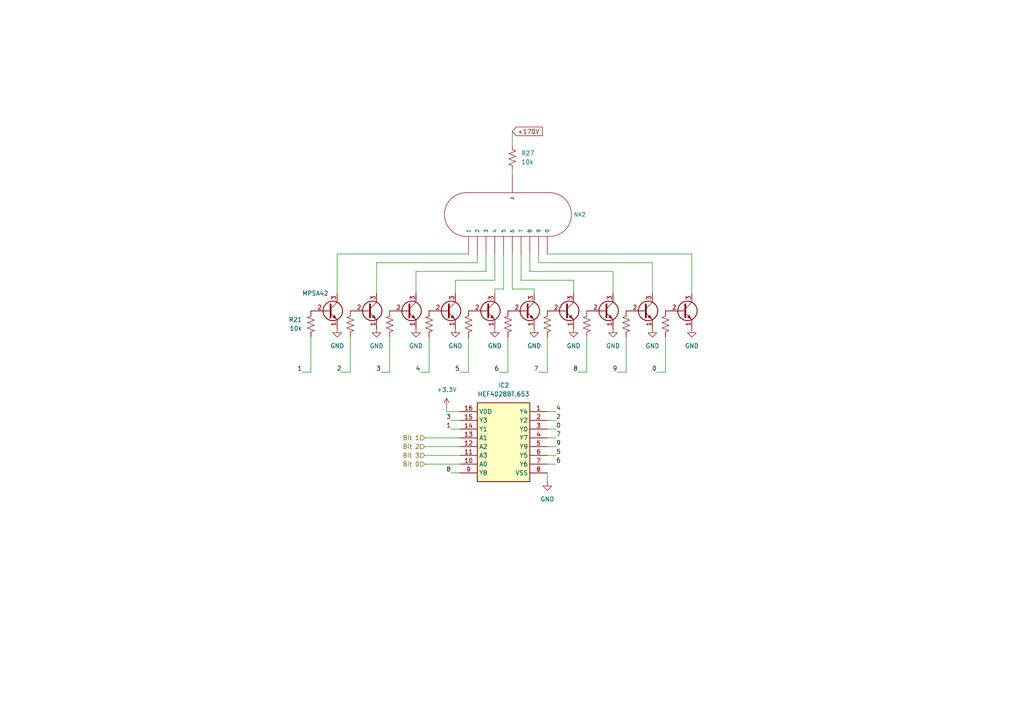
<source format=kicad_sch>
(kicad_sch (version 20231120) (generator "eeschema") (generator_version "8.0")
  (paper "A4")
  (lib_symbols
    (symbol "Device:R_US" (pin_numbers hide) (pin_names (offset 0))
      (property "Reference" "R" (at 2.54 0 90))
      (property "Value" "R_US" (at -2.54 0 90))
      (symbol "R_US_0_1"
        (polyline (pts (xy 0 -2.286) (xy 0 -2.54)))
        (polyline (pts (xy 0 2.286) (xy 0 2.54)))
        (polyline (pts (xy 0 -0.762) (xy 1.016 -1.143) (xy 0 -1.524) (xy -1.016 -1.905) (xy 0 -2.286)))
        (polyline (pts (xy 0 0.762) (xy 1.016 0.381) (xy 0 0) (xy -1.016 -0.381) (xy 0 -0.762)))
        (polyline (pts (xy 0 2.286) (xy 1.016 1.905) (xy 0 1.524) (xy -1.016 1.143) (xy 0 0.762)))
      )
      (symbol "R_US_1_1"
        (pin passive line (at 0 3.81 270) (length 1.27) (name "~") (number "1"))
        (pin passive line (at 0 -3.81 90) (length 1.27) (name "~") (number "2"))
      )
    )
    (symbol "TaylorElectronics:HEF4028BT,653"
      (property "Reference" "IC" (at 21.59 7.62 0))
      (property "Value" "HEF4028BT,653" (at 21.59 5.08 0))
      (symbol "HEF4028BT,653_1_1"
        (rectangle (start 5.08 2.54) (end 20.32 -20.32) (stroke (width 0.254)) (fill (type background)))
        (pin passive line (at 0 0 0) (length 5.08) (name "Y4") (number "1"))
        (pin passive line (at 25.4 -15.24 180) (length 5.08) (name "A0") (number "10"))
        (pin passive line (at 25.4 -12.7 180) (length 5.08) (name "A3") (number "11"))
        (pin passive line (at 25.4 -10.16 180) (length 5.08) (name "A2") (number "12"))
        (pin passive line (at 25.4 -7.62 180) (length 5.08) (name "A1") (number "13"))
        (pin passive line (at 25.4 -5.08 180) (length 5.08) (name "Y1") (number "14"))
        (pin passive line (at 25.4 -2.54 180) (length 5.08) (name "Y3") (number "15"))
        (pin passive line (at 25.4 0 180) (length 5.08) (name "VDD") (number "16"))
        (pin passive line (at 0 -2.54 0) (length 5.08) (name "Y2") (number "2"))
        (pin passive line (at 0 -5.08 0) (length 5.08) (name "Y0") (number "3"))
        (pin passive line (at 0 -7.62 0) (length 5.08) (name "Y7") (number "4"))
        (pin passive line (at 0 -10.16 0) (length 5.08) (name "Y9") (number "5"))
        (pin passive line (at 0 -12.7 0) (length 5.08) (name "Y5") (number "6"))
        (pin passive line (at 0 -15.24 0) (length 5.08) (name "Y6") (number "7"))
        (pin passive line (at 0 -17.78 0) (length 5.08) (name "VSS") (number "8"))
        (pin passive line (at 25.4 -17.78 180) (length 5.08) (name "Y8") (number "9"))
      )
    )
    (symbol "Transistor_BJT:MPSA42" (pin_names (offset 1.016) hide)
      (property "Reference" "Q" (at 5.08 1.905 0))
      (property "Value" "MPSA42" (at 5.08 0 0))
      (symbol "MPSA42_0_1"
        (polyline (pts (xy 0 0) (xy 0.635 0)))
        (polyline (pts (xy 0.635 0.635) (xy 2.54 2.54)))
        (polyline (pts (xy 0.635 -0.635) (xy 2.54 -2.54) (xy 2.54 -2.54)))
        (polyline (pts (xy 0.635 1.905) (xy 0.635 -1.905) (xy 0.635 -1.905)) (stroke (width 0.508)))
        (polyline (pts (xy 1.27 -1.778) (xy 1.778 -1.27) (xy 2.286 -2.286) (xy 1.27 -1.778) (xy 1.27 -1.778)) (fill (type outline)))
        (circle (center 1.27 0) (radius 2.8194) (stroke (width 0.254)))
      )
      (symbol "MPSA42_1_1"
        (pin passive line (at 2.54 -5.08 90) (length 2.54) (name "E") (number "1"))
        (pin input line (at -5.08 0 0) (length 5.08) (name "B") (number "2"))
        (pin passive line (at 2.54 5.08 270) (length 2.54) (name "C") (number "3"))
      )
    )
    (symbol "nixies-us:IN-12A" (pin_numbers hide) (pin_names (offset 1.016))
      (property "Reference" "NX" (at -5.715 20.955 0))
      (symbol "IN-12A_1_0"
        (polyline (pts (xy -7.62 -10.795) (xy -7.62 13.335)))
        (polyline (pts (xy 5.08 -10.795) (xy 5.08 13.335)))
      )
      (symbol "IN-12A_1_1"
        (arc (start -7.62 -10.795) (mid -1.27 -17.145) (end 5.08 -10.795))
        (arc (start 5.08 13.335) (mid -1.27 19.685) (end -7.62 13.335))
        (pin bidirectional line (at -12.7 -10.16 0) (length 5.08) (name "0") (number "0"))
        (pin bidirectional line (at -12.7 12.7 0) (length 5.08) (name "1") (number "1"))
        (pin bidirectional line (at -12.7 10.16 0) (length 5.08) (name "2") (number "2"))
        (pin bidirectional line (at -12.7 7.62 0) (length 5.08) (name "3") (number "3"))
        (pin bidirectional line (at -12.7 5.08 0) (length 5.08) (name "4") (number "4"))
        (pin bidirectional line (at -12.7 2.54 0) (length 5.08) (name "5") (number "5"))
        (pin bidirectional line (at -12.7 0 0) (length 5.08) (name "6") (number "6"))
        (pin bidirectional line (at -12.7 -2.54 0) (length 5.08) (name "7") (number "7"))
        (pin bidirectional line (at -12.7 -5.08 0) (length 5.08) (name "8") (number "8"))
        (pin bidirectional line (at -12.7 -7.62 0) (length 5.08) (name "9") (number "9"))
        (pin bidirectional line (at 10.16 0 180) (length 5.08) (name "A") (number "A"))
      )
    )
    (symbol "power:+3.3V" (power) (pin_numbers hide) (pin_names (offset 0) hide)
      (property "Value" "+3.3V" (at 0 3.556 0))
      (symbol "+3.3V_0_1"
        (polyline (pts (xy -0.762 1.27) (xy 0 2.54)))
        (polyline (pts (xy 0 0) (xy 0 2.54)))
        (polyline (pts (xy 0 2.54) (xy 0.762 1.27)))
      )
      (symbol "+3.3V_1_1"
        (pin power_in line (at 0 0 90) (length 0) (name "~") (number "1"))
      )
    )
    (symbol "power:GND" (power) (pin_numbers hide) (pin_names (offset 0) hide)
      (property "Value" "GND" (at 0 -3.81 0))
      (symbol "GND_0_1"
        (polyline (pts (xy 0 0) (xy 0 -1.27) (xy 1.27 -1.27) (xy 0 -2.54) (xy -1.27 -1.27) (xy 0 -1.27)))
      )
      (symbol "GND_1_1"
        (pin power_in line (at 0 0 270) (length 0) (name "~") (number "1"))
      )
    )
  )
  (wire (pts (xy 143.51 85.09) (xy 143.51 83.82)))
  (wire (pts (xy 200.66 73.66) (xy 200.66 85.09)))
  (wire (pts (xy 158.75 124.46) (xy 161.29 124.46)))
  (wire (pts (xy 138.43 76.2) (xy 138.43 73.66)))
  (wire (pts (xy 158.75 119.38) (xy 161.29 119.38)))
  (wire (pts (xy 129.54 119.38) (xy 133.35 119.38)))
  (wire (pts (xy 140.97 78.74) (xy 140.97 73.66)))
  (wire (pts (xy 148.59 73.66) (xy 148.59 83.82)))
  (wire (pts (xy 132.08 85.09) (xy 132.08 81.28)))
  (wire (pts (xy 154.94 83.82) (xy 154.94 85.09)))
  (wire (pts (xy 130.81 124.46) (xy 133.35 124.46)))
  (wire (pts (xy 120.65 78.74) (xy 140.97 78.74)))
  (wire (pts (xy 129.54 118.11) (xy 129.54 119.38)))
  (wire (pts (xy 153.67 73.66) (xy 153.67 78.74)))
  (wire (pts (xy 147.32 97.79) (xy 147.32 107.95)))
  (wire (pts (xy 156.21 73.66) (xy 156.21 76.2)))
  (wire (pts (xy 177.8 78.74) (xy 177.8 85.09)))
  (wire (pts (xy 123.19 127) (xy 133.35 127)))
  (wire (pts (xy 153.67 78.74) (xy 177.8 78.74)))
  (wire (pts (xy 135.89 107.95) (xy 133.35 107.95)))
  (wire (pts (xy 158.75 127) (xy 161.29 127)))
  (wire (pts (xy 130.81 137.16) (xy 133.35 137.16)))
  (wire (pts (xy 158.75 121.92) (xy 161.29 121.92)))
  (wire (pts (xy 166.37 81.28) (xy 166.37 85.09)))
  (wire (pts (xy 158.75 132.08) (xy 161.29 132.08)))
  (wire (pts (xy 120.65 85.09) (xy 120.65 78.74)))
  (wire (pts (xy 170.18 97.79) (xy 170.18 107.95)))
  (wire (pts (xy 158.75 129.54) (xy 161.29 129.54)))
  (wire (pts (xy 158.75 73.66) (xy 200.66 73.66)))
  (wire (pts (xy 151.13 73.66) (xy 151.13 81.28)))
  (wire (pts (xy 193.04 97.79) (xy 193.04 107.95)))
  (wire (pts (xy 90.17 97.79) (xy 90.17 107.95)))
  (wire (pts (xy 148.59 83.82) (xy 154.94 83.82)))
  (wire (pts (xy 158.75 137.16) (xy 158.75 139.7)))
  (wire (pts (xy 158.75 97.79) (xy 158.75 107.95)))
  (wire (pts (xy 148.59 49.53) (xy 148.59 50.8)))
  (wire (pts (xy 101.6 97.79) (xy 101.6 107.95)))
  (wire (pts (xy 123.19 134.62) (xy 133.35 134.62)))
  (wire (pts (xy 90.17 107.95) (xy 87.63 107.95)))
  (wire (pts (xy 148.59 38.1) (xy 148.59 41.91)))
  (wire (pts (xy 151.13 81.28) (xy 166.37 81.28)))
  (wire (pts (xy 193.04 107.95) (xy 190.5 107.95)))
  (wire (pts (xy 123.19 132.08) (xy 133.35 132.08)))
  (wire (pts (xy 101.6 107.95) (xy 99.06 107.95)))
  (wire (pts (xy 97.79 73.66) (xy 97.79 85.09)))
  (wire (pts (xy 132.08 81.28) (xy 143.51 81.28)))
  (wire (pts (xy 135.89 97.79) (xy 135.89 107.95)))
  (wire (pts (xy 156.21 76.2) (xy 189.23 76.2)))
  (wire (pts (xy 170.18 107.95) (xy 167.64 107.95)))
  (wire (pts (xy 181.61 97.79) (xy 181.61 107.95)))
  (wire (pts (xy 158.75 107.95) (xy 156.21 107.95)))
  (wire (pts (xy 189.23 76.2) (xy 189.23 85.09)))
  (wire (pts (xy 124.46 107.95) (xy 121.92 107.95)))
  (wire (pts (xy 147.32 107.95) (xy 144.78 107.95)))
  (wire (pts (xy 158.75 134.62) (xy 161.29 134.62)))
  (wire (pts (xy 109.22 76.2) (xy 138.43 76.2)))
  (wire (pts (xy 181.61 107.95) (xy 179.07 107.95)))
  (wire (pts (xy 124.46 97.79) (xy 124.46 107.95)))
  (wire (pts (xy 113.03 97.79) (xy 113.03 107.95)))
  (wire (pts (xy 123.19 129.54) (xy 133.35 129.54)))
  (wire (pts (xy 146.05 83.82) (xy 146.05 73.66)))
  (wire (pts (xy 143.51 83.82) (xy 146.05 83.82)))
  (wire (pts (xy 130.81 121.92) (xy 133.35 121.92)))
  (wire (pts (xy 109.22 85.09) (xy 109.22 76.2)))
  (wire (pts (xy 143.51 81.28) (xy 143.51 73.66)))
  (wire (pts (xy 113.03 107.95) (xy 110.49 107.95)))
  (wire (pts (xy 135.89 73.66) (xy 97.79 73.66)))
  (label "6" (at 161.29 134.62 0))
  (label "4" (at 121.92 107.95 180))
  (label "0" (at 190.5 107.95 180))
  (label "2" (at 99.06 107.95 180))
  (label "7" (at 156.21 107.95 180))
  (label "8" (at 167.64 107.95 180))
  (label "7" (at 161.29 127 0))
  (label "1" (at 130.81 124.46 180))
  (label "0" (at 161.29 124.46 0))
  (label "1" (at 87.63 107.95 180))
  (label "3" (at 110.49 107.95 180))
  (label "5" (at 133.35 107.95 180))
  (label "8" (at 130.81 137.16 180))
  (label "3" (at 130.81 121.92 180))
  (label "5" (at 161.29 132.08 0))
  (label "9" (at 161.29 129.54 0))
  (label "2" (at 161.29 121.92 0))
  (label "4" (at 161.29 119.38 0))
  (label "9" (at 179.07 107.95 180))
  (label "6" (at 144.78 107.95 180))
  (global_label "+170V" (shape input) (at 148.59 38.1 0) (property "Intersheetrefs" "${INTERSHEET_REFS}" (effects (hide yes))))
  (hierarchical_label "Bit 0" (shape input) (at 123.19 134.62 180))
  (hierarchical_label "Bit 2" (shape input) (at 123.19 129.54 180))
  (hierarchical_label "Bit 3" (shape input) (at 123.19 132.08 180))
  (hierarchical_label "Bit 1" (shape input) (at 123.19 127 180))
  (symbol (lib_id "Device:R_US") (at 158.75 93.98 0) (mirror y) (unit 1)
    (property "Reference" "R28" (effects (hide yes)))
    (property "Value" "10k" (effects (hide yes)))
    (property "Footprint" "Resistor_THT:R_Axial_DIN0204_L3.6mm_D1.6mm_P5.08mm_Horizontal" (effects (hide yes)))
    (property "Description" "Resistor, US symbol" (effects (hide yes)))
    (instances (project "IN12NixieClock" (path "" (reference "R28") (unit 1)) (path "" (reference "R50") (unit 1)) (path "" (reference "R72") (unit 1)) (path "" (reference "R39") (unit 1)) (path "" (reference "R61") (unit 1)) (path "" (reference "R17") (unit 1))))
  )
  (symbol (lib_id "Transistor_BJT:MPSA42") (at 118.11 90.17 0) (unit 1)
    (property "Reference" "Q17" (effects (hide yes)))
    (property "Value" "MPSA42" (effects (hide yes)))
    (property "Footprint" "Package_TO_SOT_THT:TO-92_Inline" (effects (hide yes)))
    (property "Datasheet" "http://www.onsemi.com/pub_link/Collateral/MPSA42-D.PDF" (effects (hide yes)))
    (property "Description" "0.5A Ic, 300V Vce, NPN High Voltage Transistor, TO-92" (effects (hide yes)))
    (instances (project "IN12NixieClock" (path "" (reference "Q17") (unit 1)) (path "" (reference "Q37") (unit 1)) (path "" (reference "Q57") (unit 1)) (path "" (reference "Q27") (unit 1)) (path "" (reference "Q47") (unit 1)) (path "" (reference "Q7") (unit 1))))
  )
  (symbol (lib_id "Transistor_BJT:MPSA42") (at 152.4 90.17 0) (unit 1)
    (property "Reference" "Q20" (effects (hide yes)))
    (property "Value" "MPSA42" (effects (hide yes)))
    (property "Footprint" "Package_TO_SOT_THT:TO-92_Inline" (effects (hide yes)))
    (property "Datasheet" "http://www.onsemi.com/pub_link/Collateral/MPSA42-D.PDF" (effects (hide yes)))
    (property "Description" "0.5A Ic, 300V Vce, NPN High Voltage Transistor, TO-92" (effects (hide yes)))
    (instances (project "IN12NixieClock" (path "" (reference "Q20") (unit 1)) (path "" (reference "Q40") (unit 1)) (path "" (reference "Q60") (unit 1)) (path "" (reference "Q30") (unit 1)) (path "" (reference "Q50") (unit 1)) (path "" (reference "Q10") (unit 1))))
  )
  (symbol (lib_id "Device:R_US") (at 193.04 93.98 0) (mirror y) (unit 1)
    (property "Reference" "R31" (effects (hide yes)))
    (property "Value" "10k" (effects (hide yes)))
    (property "Footprint" "Resistor_THT:R_Axial_DIN0204_L3.6mm_D1.6mm_P5.08mm_Horizontal" (effects (hide yes)))
    (property "Description" "Resistor, US symbol" (effects (hide yes)))
    (instances (project "IN12NixieClock" (path "" (reference "R31") (unit 1)) (path "" (reference "R53") (unit 1)) (path "" (reference "R75") (unit 1)) (path "" (reference "R42") (unit 1)) (path "" (reference "R64") (unit 1)) (path "" (reference "R20") (unit 1))))
  )
  (symbol (lib_id "power:GND") (at 189.23 95.25 0) (unit 1)
    (property "Reference" "#PWR051" (effects (hide yes)))
    (property "Value" "GND" (at 189.23 100.33 0))
    (property "Description" "Power symbol creates a global label with name \"GND\" , ground" (effects (hide yes)))
    (instances (project "IN12NixieClock" (path "" (reference "#PWR051") (unit 1)) (path "" (reference "#PWR075") (unit 1)) (path "" (reference "#PWR099") (unit 1)) (path "" (reference "#PWR063") (unit 1)) (path "" (reference "#PWR087") (unit 1)) (path "" (reference "#PWR039") (unit 1))))
  )
  (symbol (lib_id "power:GND") (at 166.37 95.25 0) (unit 1)
    (property "Reference" "#PWR049" (effects (hide yes)))
    (property "Value" "GND" (at 166.37 100.33 0))
    (property "Description" "Power symbol creates a global label with name \"GND\" , ground" (effects (hide yes)))
    (instances (project "IN12NixieClock" (path "" (reference "#PWR049") (unit 1)) (path "" (reference "#PWR073") (unit 1)) (path "" (reference "#PWR097") (unit 1)) (path "" (reference "#PWR061") (unit 1)) (path "" (reference "#PWR085") (unit 1)) (path "" (reference "#PWR037") (unit 1))))
  )
  (symbol (lib_id "Transistor_BJT:MPSA42") (at 129.54 90.17 0) (unit 1)
    (property "Reference" "Q18" (effects (hide yes)))
    (property "Value" "MPSA42" (effects (hide yes)))
    (property "Footprint" "Package_TO_SOT_THT:TO-92_Inline" (effects (hide yes)))
    (property "Datasheet" "http://www.onsemi.com/pub_link/Collateral/MPSA42-D.PDF" (effects (hide yes)))
    (property "Description" "0.5A Ic, 300V Vce, NPN High Voltage Transistor, TO-92" (effects (hide yes)))
    (instances (project "IN12NixieClock" (path "" (reference "Q18") (unit 1)) (path "" (reference "Q38") (unit 1)) (path "" (reference "Q58") (unit 1)) (path "" (reference "Q28") (unit 1)) (path "" (reference "Q48") (unit 1)) (path "" (reference "Q8") (unit 1))))
  )
  (symbol (lib_id "Transistor_BJT:MPSA42") (at 198.12 90.17 0) (unit 1)
    (property "Reference" "Q24" (effects (hide yes)))
    (property "Value" "MPSA42" (effects (hide yes)))
    (property "Footprint" "Package_TO_SOT_THT:TO-92_Inline" (effects (hide yes)))
    (property "Datasheet" "http://www.onsemi.com/pub_link/Collateral/MPSA42-D.PDF" (effects (hide yes)))
    (property "Description" "0.5A Ic, 300V Vce, NPN High Voltage Transistor, TO-92" (effects (hide yes)))
    (instances (project "IN12NixieClock" (path "" (reference "Q24") (unit 1)) (path "" (reference "Q44") (unit 1)) (path "" (reference "Q64") (unit 1)) (path "" (reference "Q34") (unit 1)) (path "" (reference "Q54") (unit 1)) (path "" (reference "Q14") (unit 1))))
  )
  (symbol (lib_id "power:+3.3V") (at 129.54 118.11 0) (unit 1)
    (property "Reference" "#PWR044" (effects (hide yes)))
    (property "Value" "+3.3V" (at 129.54 113.03 0))
    (property "Description" "Power symbol creates a global label with name \"+3.3V\"" (effects (hide yes)))
    (instances (project "IN12NixieClock" (path "" (reference "#PWR044") (unit 1)) (path "" (reference "#PWR068") (unit 1)) (path "" (reference "#PWR092") (unit 1)) (path "" (reference "#PWR056") (unit 1)) (path "" (reference "#PWR080") (unit 1)) (path "" (reference "#PWR032") (unit 1))))
  )
  (symbol (lib_id "TaylorElectronics:HEF4028BT,653") (at 158.75 119.38 0) (mirror y) (unit 1)
    (property "Reference" "IC2" (at 146.05 111.76 0))
    (property "Value" "HEF4028BT,653" (at 146.05 114.3 0))
    (property "Footprint" "TaylorElectronics:HEF4028BT653" (effects (hide yes)))
    (property "Datasheet" "https://assets.nexperia.com/documents/data-sheet/HEF4028B.pdf" (effects (hide yes)))
    (property "Description" "NEXPERIA - HEF4028BT,653 - DECODER, BCD-DECIMAL, SOIC-16" (effects (hide yes)))
    (property "Height" "1.75" (effects (hide yes)))
    (property "Mouser Part Number" "771-HEF4028BTD-T" (effects (hide yes)))
    (property "Mouser Price/Stock" "https://www.mouser.co.uk/ProductDetail/Nexperia/HEF4028BT653?qs=me8TqzrmIYUgBcfG25ESMw%3D%3D" (effects (hide yes)))
    (property "Manufacturer_Name" "Nexperia" (effects (hide yes)))
    (property "Manufacturer_Part_Number" "HEF4028BT,653" (effects (hide yes)))
    (instances (project "IN12NixieClock" (path "" (reference "IC2") (unit 1)) (path "" (reference "IC4") (unit 1)) (path "" (reference "IC6") (unit 1)) (path "" (reference "IC3") (unit 1)) (path "" (reference "IC5") (unit 1)) (path "" (reference "IC1") (unit 1))))
  )
  (symbol (lib_id "power:GND") (at 97.79 95.25 0) (unit 1)
    (property "Reference" "#PWR041" (effects (hide yes)))
    (property "Value" "GND" (at 97.79 100.33 0))
    (property "Description" "Power symbol creates a global label with name \"GND\" , ground" (effects (hide yes)))
    (instances (project "IN12NixieClock" (path "" (reference "#PWR041") (unit 1)) (path "" (reference "#PWR065") (unit 1)) (path "" (reference "#PWR089") (unit 1)) (path "" (reference "#PWR053") (unit 1)) (path "" (reference "#PWR077") (unit 1)) (path "" (reference "#PWR029") (unit 1))))
  )
  (symbol (lib_id "Transistor_BJT:MPSA42") (at 175.26 90.17 0) (unit 1)
    (property "Reference" "Q22" (effects (hide yes)))
    (property "Value" "MPSA42" (effects (hide yes)))
    (property "Footprint" "Package_TO_SOT_THT:TO-92_Inline" (effects (hide yes)))
    (property "Datasheet" "http://www.onsemi.com/pub_link/Collateral/MPSA42-D.PDF" (effects (hide yes)))
    (property "Description" "0.5A Ic, 300V Vce, NPN High Voltage Transistor, TO-92" (effects (hide yes)))
    (instances (project "IN12NixieClock" (path "" (reference "Q22") (unit 1)) (path "" (reference "Q42") (unit 1)) (path "" (reference "Q62") (unit 1)) (path "" (reference "Q32") (unit 1)) (path "" (reference "Q52") (unit 1)) (path "" (reference "Q12") (unit 1))))
  )
  (symbol (lib_id "power:GND") (at 154.94 95.25 0) (unit 1)
    (property "Reference" "#PWR047" (effects (hide yes)))
    (property "Value" "GND" (at 154.94 100.33 0))
    (property "Description" "Power symbol creates a global label with name \"GND\" , ground" (effects (hide yes)))
    (instances (project "IN12NixieClock" (path "" (reference "#PWR047") (unit 1)) (path "" (reference "#PWR071") (unit 1)) (path "" (reference "#PWR095") (unit 1)) (path "" (reference "#PWR059") (unit 1)) (path "" (reference "#PWR083") (unit 1)) (path "" (reference "#PWR035") (unit 1))))
  )
  (symbol (lib_id "power:GND") (at 109.22 95.25 0) (unit 1)
    (property "Reference" "#PWR042" (effects (hide yes)))
    (property "Value" "GND" (at 109.22 100.33 0))
    (property "Description" "Power symbol creates a global label with name \"GND\" , ground" (effects (hide yes)))
    (instances (project "IN12NixieClock" (path "" (reference "#PWR042") (unit 1)) (path "" (reference "#PWR066") (unit 1)) (path "" (reference "#PWR090") (unit 1)) (path "" (reference "#PWR054") (unit 1)) (path "" (reference "#PWR078") (unit 1)) (path "" (reference "#PWR030") (unit 1))))
  )
  (symbol (lib_id "power:GND") (at 200.66 95.25 0) (unit 1)
    (property "Reference" "#PWR052" (effects (hide yes)))
    (property "Value" "GND" (at 200.66 100.33 0))
    (property "Description" "Power symbol creates a global label with name \"GND\" , ground" (effects (hide yes)))
    (instances (project "IN12NixieClock" (path "" (reference "#PWR052") (unit 1)) (path "" (reference "#PWR076") (unit 1)) (path "" (reference "#PWR0100") (unit 1)) (path "" (reference "#PWR064") (unit 1)) (path "" (reference "#PWR088") (unit 1)) (path "" (reference "#PWR040") (unit 1))))
  )
  (symbol (lib_id "power:GND") (at 132.08 95.25 0) (unit 1)
    (property "Reference" "#PWR045" (effects (hide yes)))
    (property "Value" "GND" (at 132.08 100.33 0))
    (property "Description" "Power symbol creates a global label with name \"GND\" , ground" (effects (hide yes)))
    (instances (project "IN12NixieClock" (path "" (reference "#PWR045") (unit 1)) (path "" (reference "#PWR069") (unit 1)) (path "" (reference "#PWR093") (unit 1)) (path "" (reference "#PWR057") (unit 1)) (path "" (reference "#PWR081") (unit 1)) (path "" (reference "#PWR033") (unit 1))))
  )
  (symbol (lib_id "Transistor_BJT:MPSA42") (at 140.97 90.17 0) (unit 1)
    (property "Reference" "Q19" (effects (hide yes)))
    (property "Value" "MPSA42" (effects (hide yes)))
    (property "Footprint" "Package_TO_SOT_THT:TO-92_Inline" (effects (hide yes)))
    (property "Datasheet" "http://www.onsemi.com/pub_link/Collateral/MPSA42-D.PDF" (effects (hide yes)))
    (property "Description" "0.5A Ic, 300V Vce, NPN High Voltage Transistor, TO-92" (effects (hide yes)))
    (instances (project "IN12NixieClock" (path "" (reference "Q19") (unit 1)) (path "" (reference "Q39") (unit 1)) (path "" (reference "Q59") (unit 1)) (path "" (reference "Q29") (unit 1)) (path "" (reference "Q49") (unit 1)) (path "" (reference "Q9") (unit 1))))
  )
  (symbol (lib_id "power:GND") (at 177.8 95.25 0) (unit 1)
    (property "Reference" "#PWR050" (effects (hide yes)))
    (property "Value" "GND" (at 177.8 100.33 0))
    (property "Description" "Power symbol creates a global label with name \"GND\" , ground" (effects (hide yes)))
    (instances (project "IN12NixieClock" (path "" (reference "#PWR050") (unit 1)) (path "" (reference "#PWR074") (unit 1)) (path "" (reference "#PWR098") (unit 1)) (path "" (reference "#PWR062") (unit 1)) (path "" (reference "#PWR086") (unit 1)) (path "" (reference "#PWR038") (unit 1))))
  )
  (symbol (lib_id "Device:R_US") (at 113.03 93.98 0) (mirror y) (unit 1)
    (property "Reference" "R23" (effects (hide yes)))
    (property "Value" "10k" (effects (hide yes)))
    (property "Footprint" "Resistor_THT:R_Axial_DIN0204_L3.6mm_D1.6mm_P5.08mm_Horizontal" (effects (hide yes)))
    (property "Description" "Resistor, US symbol" (effects (hide yes)))
    (instances (project "IN12NixieClock" (path "" (reference "R23") (unit 1)) (path "" (reference "R45") (unit 1)) (path "" (reference "R67") (unit 1)) (path "" (reference "R34") (unit 1)) (path "" (reference "R56") (unit 1)) (path "" (reference "R12") (unit 1))))
  )
  (symbol (lib_id "Transistor_BJT:MPSA42") (at 106.68 90.17 0) (unit 1)
    (property "Reference" "Q16" (effects (hide yes)))
    (property "Value" "MPSA42" (effects (hide yes)))
    (property "Footprint" "Package_TO_SOT_THT:TO-92_Inline" (effects (hide yes)))
    (property "Datasheet" "http://www.onsemi.com/pub_link/Collateral/MPSA42-D.PDF" (effects (hide yes)))
    (property "Description" "0.5A Ic, 300V Vce, NPN High Voltage Transistor, TO-92" (effects (hide yes)))
    (instances (project "IN12NixieClock" (path "" (reference "Q16") (unit 1)) (path "" (reference "Q36") (unit 1)) (path "" (reference "Q56") (unit 1)) (path "" (reference "Q26") (unit 1)) (path "" (reference "Q46") (unit 1)) (path "" (reference "Q6") (unit 1))))
  )
  (symbol (lib_id "Device:R_US") (at 135.89 93.98 0) (mirror y) (unit 1)
    (property "Reference" "R25" (effects (hide yes)))
    (property "Value" "10k" (effects (hide yes)))
    (property "Footprint" "Resistor_THT:R_Axial_DIN0204_L3.6mm_D1.6mm_P5.08mm_Horizontal" (effects (hide yes)))
    (property "Description" "Resistor, US symbol" (effects (hide yes)))
    (instances (project "IN12NixieClock" (path "" (reference "R25") (unit 1)) (path "" (reference "R47") (unit 1)) (path "" (reference "R69") (unit 1)) (path "" (reference "R36") (unit 1)) (path "" (reference "R58") (unit 1)) (path "" (reference "R14") (unit 1))))
  )
  (symbol (lib_id "Device:R_US") (at 147.32 93.98 0) (mirror y) (unit 1)
    (property "Reference" "R26" (effects (hide yes)))
    (property "Value" "10k" (effects (hide yes)))
    (property "Footprint" "Resistor_THT:R_Axial_DIN0204_L3.6mm_D1.6mm_P5.08mm_Horizontal" (effects (hide yes)))
    (property "Description" "Resistor, US symbol" (effects (hide yes)))
    (instances (project "IN12NixieClock" (path "" (reference "R26") (unit 1)) (path "" (reference "R48") (unit 1)) (path "" (reference "R70") (unit 1)) (path "" (reference "R37") (unit 1)) (path "" (reference "R59") (unit 1)) (path "" (reference "R15") (unit 1))))
  )
  (symbol (lib_id "Device:R_US") (at 148.59 45.72 0) (unit 1)
    (property "Reference" "R27" (at 151.13 44.4499 0) (effects (justify left)))
    (property "Value" "10k" (at 151.13 46.9899 0) (effects (justify left)))
    (property "Footprint" "Resistor_THT:R_Axial_DIN0309_L9.0mm_D3.2mm_P12.70mm_Horizontal" (effects (hide yes)))
    (property "Description" "Resistor, US symbol" (effects (hide yes)))
    (instances (project "IN12NixieClock" (path "" (reference "R27") (unit 1)) (path "" (reference "R49") (unit 1)) (path "" (reference "R71") (unit 1)) (path "" (reference "R38") (unit 1)) (path "" (reference "R60") (unit 1)) (path "" (reference "R16") (unit 1))))
  )
  (symbol (lib_id "power:GND") (at 120.65 95.25 0) (unit 1)
    (property "Reference" "#PWR043" (effects (hide yes)))
    (property "Value" "GND" (at 120.65 100.33 0))
    (property "Description" "Power symbol creates a global label with name \"GND\" , ground" (effects (hide yes)))
    (instances (project "IN12NixieClock" (path "" (reference "#PWR043") (unit 1)) (path "" (reference "#PWR067") (unit 1)) (path "" (reference "#PWR091") (unit 1)) (path "" (reference "#PWR055") (unit 1)) (path "" (reference "#PWR079") (unit 1)) (path "" (reference "#PWR031") (unit 1))))
  )
  (symbol (lib_id "power:GND") (at 158.75 139.7 0) (unit 1)
    (property "Reference" "#PWR048" (effects (hide yes)))
    (property "Value" "GND" (at 158.75 144.78 0))
    (property "Description" "Power symbol creates a global label with name \"GND\" , ground" (effects (hide yes)))
    (instances (project "IN12NixieClock" (path "" (reference "#PWR048") (unit 1)) (path "" (reference "#PWR072") (unit 1)) (path "" (reference "#PWR096") (unit 1)) (path "" (reference "#PWR060") (unit 1)) (path "" (reference "#PWR084") (unit 1)) (path "" (reference "#PWR036") (unit 1))))
  )
  (symbol (lib_id "Device:R_US") (at 90.17 93.98 0) (mirror y) (unit 1)
    (property "Reference" "R21" (at 87.63 92.7099 0) (effects (justify left)))
    (property "Value" "10k" (at 87.63 95.2499 0) (effects (justify left)))
    (property "Footprint" "Resistor_THT:R_Axial_DIN0204_L3.6mm_D1.6mm_P5.08mm_Horizontal" (effects (hide yes)))
    (property "Description" "Resistor, US symbol" (effects (hide yes)))
    (instances (project "IN12NixieClock" (path "" (reference "R21") (unit 1)) (path "" (reference "R43") (unit 1)) (path "" (reference "R65") (unit 1)) (path "" (reference "R32") (unit 1)) (path "" (reference "R54") (unit 1)) (path "" (reference "R10") (unit 1))))
  )
  (symbol (lib_id "Transistor_BJT:MPSA42") (at 163.83 90.17 0) (unit 1)
    (property "Reference" "Q21" (effects (hide yes)))
    (property "Value" "MPSA42" (effects (hide yes)))
    (property "Footprint" "Package_TO_SOT_THT:TO-92_Inline" (effects (hide yes)))
    (property "Datasheet" "http://www.onsemi.com/pub_link/Collateral/MPSA42-D.PDF" (effects (hide yes)))
    (property "Description" "0.5A Ic, 300V Vce, NPN High Voltage Transistor, TO-92" (effects (hide yes)))
    (instances (project "IN12NixieClock" (path "" (reference "Q21") (unit 1)) (path "" (reference "Q41") (unit 1)) (path "" (reference "Q61") (unit 1)) (path "" (reference "Q31") (unit 1)) (path "" (reference "Q51") (unit 1)) (path "" (reference "Q11") (unit 1))))
  )
  (symbol (lib_id "Device:R_US") (at 181.61 93.98 0) (mirror y) (unit 1)
    (property "Reference" "R30" (effects (hide yes)))
    (property "Value" "10k" (effects (hide yes)))
    (property "Footprint" "Resistor_THT:R_Axial_DIN0204_L3.6mm_D1.6mm_P5.08mm_Horizontal" (effects (hide yes)))
    (property "Description" "Resistor, US symbol" (effects (hide yes)))
    (instances (project "IN12NixieClock" (path "" (reference "R30") (unit 1)) (path "" (reference "R52") (unit 1)) (path "" (reference "R74") (unit 1)) (path "" (reference "R41") (unit 1)) (path "" (reference "R63") (unit 1)) (path "" (reference "R19") (unit 1))))
  )
  (symbol (lib_id "nixies-us:IN-12A") (at 148.59 60.96 90) (unit 1)
    (property "Reference" "NX2" (at 166.37 62.23 90) (effects (font (size 1.143 1.143)) (justify right)))
    (property "Value" "IN-12A" (effects (hide yes)))
    (property "Footprint" "nixies-us:nixies-us-IN-12-DSUB" (effects (hide yes)))
    (instances (project "IN12NixieClock" (path "" (reference "NX2") (unit 1)) (path "" (reference "NX4") (unit 1)) (path "" (reference "NX6") (unit 1)) (path "" (reference "NX3") (unit 1)) (path "" (reference "NX5") (unit 1)) (path "" (reference "NX1") (unit 1))))
  )
  (symbol (lib_id "Device:R_US") (at 124.46 93.98 0) (mirror y) (unit 1)
    (property "Reference" "R24" (effects (hide yes)))
    (property "Value" "10k" (effects (hide yes)))
    (property "Footprint" "Resistor_THT:R_Axial_DIN0204_L3.6mm_D1.6mm_P5.08mm_Horizontal" (effects (hide yes)))
    (property "Description" "Resistor, US symbol" (effects (hide yes)))
    (instances (project "IN12NixieClock" (path "" (reference "R24") (unit 1)) (path "" (reference "R46") (unit 1)) (path "" (reference "R68") (unit 1)) (path "" (reference "R35") (unit 1)) (path "" (reference "R57") (unit 1)) (path "" (reference "R13") (unit 1))))
  )
  (symbol (lib_id "Transistor_BJT:MPSA42") (at 186.69 90.17 0) (unit 1)
    (property "Reference" "Q23" (effects (hide yes)))
    (property "Value" "MPSA42" (effects (hide yes)))
    (property "Footprint" "Package_TO_SOT_THT:TO-92_Inline" (effects (hide yes)))
    (property "Datasheet" "http://www.onsemi.com/pub_link/Collateral/MPSA42-D.PDF" (effects (hide yes)))
    (property "Description" "0.5A Ic, 300V Vce, NPN High Voltage Transistor, TO-92" (effects (hide yes)))
    (instances (project "IN12NixieClock" (path "" (reference "Q23") (unit 1)) (path "" (reference "Q43") (unit 1)) (path "" (reference "Q63") (unit 1)) (path "" (reference "Q33") (unit 1)) (path "" (reference "Q53") (unit 1)) (path "" (reference "Q13") (unit 1))))
  )
  (symbol (lib_id "Device:R_US") (at 101.6 93.98 0) (mirror y) (unit 1)
    (property "Reference" "R22" (effects (hide yes)))
    (property "Value" "10k" (effects (hide yes)))
    (property "Footprint" "Resistor_THT:R_Axial_DIN0204_L3.6mm_D1.6mm_P5.08mm_Horizontal" (effects (hide yes)))
    (property "Description" "Resistor, US symbol" (effects (hide yes)))
    (instances (project "IN12NixieClock" (path "" (reference "R22") (unit 1)) (path "" (reference "R44") (unit 1)) (path "" (reference "R66") (unit 1)) (path "" (reference "R33") (unit 1)) (path "" (reference "R55") (unit 1)) (path "" (reference "R11") (unit 1))))
  )
  (symbol (lib_id "Device:R_US") (at 170.18 93.98 0) (mirror y) (unit 1)
    (property "Reference" "R29" (effects (hide yes)))
    (property "Value" "10k" (effects (hide yes)))
    (property "Footprint" "Resistor_THT:R_Axial_DIN0204_L3.6mm_D1.6mm_P5.08mm_Horizontal" (effects (hide yes)))
    (property "Description" "Resistor, US symbol" (effects (hide yes)))
    (instances (project "IN12NixieClock" (path "" (reference "R29") (unit 1)) (path "" (reference "R51") (unit 1)) (path "" (reference "R73") (unit 1)) (path "" (reference "R40") (unit 1)) (path "" (reference "R62") (unit 1)) (path "" (reference "R18") (unit 1))))
  )
  (symbol (lib_id "Transistor_BJT:MPSA42") (at 95.25 90.17 0) (unit 1)
    (property "Reference" "Q15" (effects (hide yes)))
    (property "Value" "MPSA42" (at 87.63 85.09 0) (effects (justify left)))
    (property "Footprint" "Package_TO_SOT_THT:TO-92_Inline" (effects (hide yes)))
    (property "Datasheet" "http://www.onsemi.com/pub_link/Collateral/MPSA42-D.PDF" (effects (hide yes)))
    (property "Description" "0.5A Ic, 300V Vce, NPN High Voltage Transistor, TO-92" (effects (hide yes)))
    (instances (project "IN12NixieClock" (path "" (reference "Q15") (unit 1)) (path "" (reference "Q35") (unit 1)) (path "" (reference "Q55") (unit 1)) (path "" (reference "Q25") (unit 1)) (path "" (reference "Q45") (unit 1)) (path "" (reference "Q5") (unit 1))))
  )
  (symbol (lib_id "power:GND") (at 143.51 95.25 0) (unit 1)
    (property "Reference" "#PWR046" (effects (hide yes)))
    (property "Value" "GND" (at 143.51 100.33 0))
    (property "Description" "Power symbol creates a global label with name \"GND\" , ground" (effects (hide yes)))
    (instances (project "IN12NixieClock" (path "" (reference "#PWR046") (unit 1)) (path "" (reference "#PWR070") (unit 1)) (path "" (reference "#PWR094") (unit 1)) (path "" (reference "#PWR058") (unit 1)) (path "" (reference "#PWR082") (unit 1)) (path "" (reference "#PWR034") (unit 1))))
  )
)
</source>
